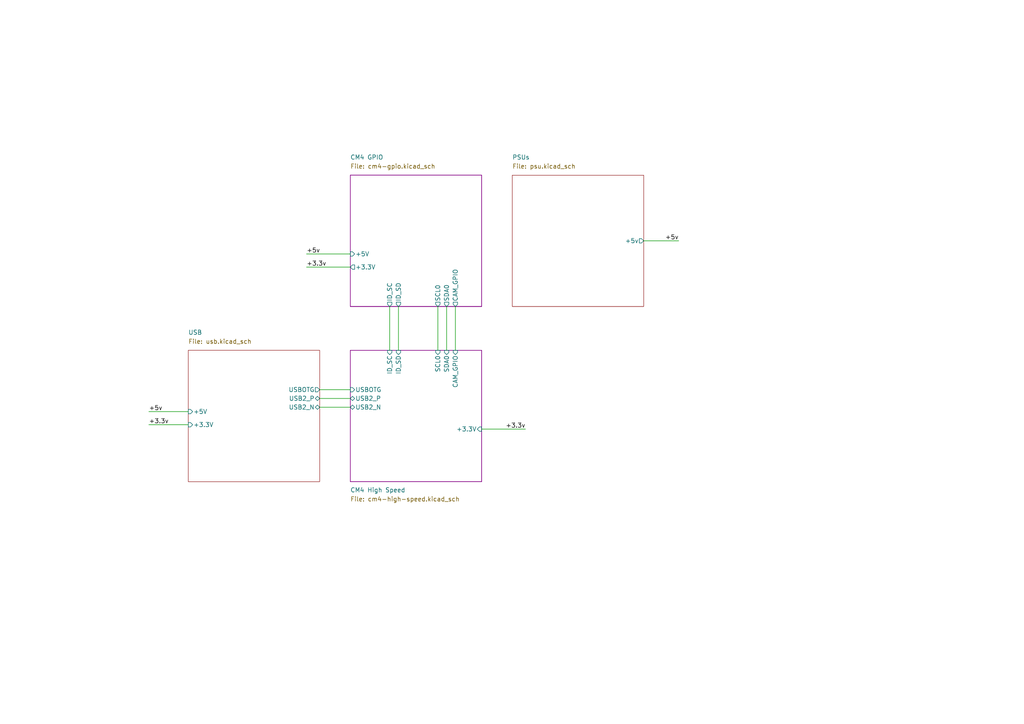
<source format=kicad_sch>
(kicad_sch (version 20210406) (generator eeschema)

  (uuid 511dee5c-ddff-4aeb-a027-3bccb7b67686)

  (paper "A4")

  (title_block
    (title "Raspberry Pi Compute Module 4 Carrier for SPIKE Prime")
    (date "2020-10-31")
    (rev "v01")
    (comment 2 "creativecommons.org/licenses/by-sa/4.0/")
    (comment 3 "License: CC BY 4.0")
    (comment 4 "Author: Eric Wu")
  )

  (lib_symbols
  )


  (wire (pts (xy 43.18 119.38) (xy 54.61 119.38))
    (stroke (width 0) (type solid) (color 0 0 0 0))
    (uuid e897210b-c258-4827-a87e-ab07c66d4ca7)
  )
  (wire (pts (xy 43.18 123.19) (xy 54.61 123.19))
    (stroke (width 0) (type solid) (color 0 0 0 0))
    (uuid 23e7e33a-821f-4d83-8f01-cba4be017fe4)
  )
  (wire (pts (xy 88.9 73.66) (xy 101.6 73.66))
    (stroke (width 0) (type solid) (color 0 0 0 0))
    (uuid 650867d8-e7a7-4ab5-9566-782bc7ec1d62)
  )
  (wire (pts (xy 92.71 113.03) (xy 101.6 113.03))
    (stroke (width 0) (type solid) (color 0 0 0 0))
    (uuid eda73e28-2175-4bf2-b13c-f636ef2014ab)
  )
  (wire (pts (xy 92.71 115.57) (xy 101.6 115.57))
    (stroke (width 0) (type solid) (color 0 0 0 0))
    (uuid d2e5552c-e3c5-461d-9b67-817c6bac8ddb)
  )
  (wire (pts (xy 92.71 118.11) (xy 101.6 118.11))
    (stroke (width 0) (type solid) (color 0 0 0 0))
    (uuid dbefc932-dd25-43dc-a65f-051f6a7d489c)
  )
  (wire (pts (xy 101.6 77.47) (xy 88.9 77.47))
    (stroke (width 0) (type solid) (color 0 0 0 0))
    (uuid c058cc3d-e3a3-434a-b1ec-5487202a0320)
  )
  (wire (pts (xy 113.03 88.9) (xy 113.03 101.6))
    (stroke (width 0) (type solid) (color 0 0 0 0))
    (uuid 03e3db95-7505-41eb-934f-40d987dcde49)
  )
  (wire (pts (xy 115.57 88.9) (xy 115.57 101.6))
    (stroke (width 0) (type solid) (color 0 0 0 0))
    (uuid 99b739ee-c1e1-4ec2-84da-a996fb7a93b3)
  )
  (wire (pts (xy 127 88.9) (xy 127 101.6))
    (stroke (width 0) (type solid) (color 0 0 0 0))
    (uuid f64d74f3-1eeb-4e8b-bcc6-637194789997)
  )
  (wire (pts (xy 129.54 88.9) (xy 129.54 101.6))
    (stroke (width 0) (type solid) (color 0 0 0 0))
    (uuid f9e60315-4ab1-4e72-a0ff-2638c0bffbd1)
  )
  (wire (pts (xy 132.08 88.9) (xy 132.08 101.6))
    (stroke (width 0) (type solid) (color 0 0 0 0))
    (uuid 1e61547e-0f5d-4b84-830d-e5f97eade430)
  )
  (wire (pts (xy 139.7 124.46) (xy 152.4 124.46))
    (stroke (width 0) (type solid) (color 0 0 0 0))
    (uuid a8b0b85d-5803-4d0c-9057-50fe34499aed)
  )
  (wire (pts (xy 186.69 69.85) (xy 196.85 69.85))
    (stroke (width 0) (type solid) (color 0 0 0 0))
    (uuid 3c6533a0-35f8-4daa-98fa-9e41929eafc3)
  )

  (label "+5v" (at 43.18 119.38 0)
    (effects (font (size 1.27 1.27)) (justify left bottom))
    (uuid a2bb3119-70d5-4efd-9acf-841a40ec0668)
  )
  (label "+3.3v" (at 43.18 123.19 0)
    (effects (font (size 1.27 1.27)) (justify left bottom))
    (uuid 6f26dc49-da99-414f-a491-8dc0eebc8bfa)
  )
  (label "+5v" (at 88.9 73.66 0)
    (effects (font (size 1.27 1.27)) (justify left bottom))
    (uuid db86c40d-f1fe-48fb-954c-a7240c091be1)
  )
  (label "+3.3v" (at 88.9 77.47 0)
    (effects (font (size 1.27 1.27)) (justify left bottom))
    (uuid cc8bbfce-78e8-4926-ac46-8ac218c37e9d)
  )
  (label "+3.3v" (at 152.4 124.46 180)
    (effects (font (size 1.27 1.27)) (justify right bottom))
    (uuid 67510713-9e2c-47fd-991b-66f2123d1ced)
  )
  (label "+5v" (at 196.85 69.85 180)
    (effects (font (size 1.27 1.27)) (justify right bottom))
    (uuid b717e99e-3880-4120-a767-f4dc1cde4632)
  )

  (sheet (at 101.6 50.8) (size 38.1 38.1)
    (stroke (width 0) (type solid) (color 132 0 132 1))
    (fill (color 255 255 255 0.0000))
    (uuid fc4c71a5-1008-4ac4-98db-57c838c57d91)
    (property "Sheet name" "CM4 GPIO" (id 0) (at 101.6 46.3545 0)
      (effects (font (size 1.27 1.27)) (justify left bottom))
    )
    (property "Sheet file" "cm4-gpio.kicad_sch" (id 1) (at 101.6 47.4985 0)
      (effects (font (size 1.27 1.27)) (justify left top))
    )
    (pin "CAM_GPIO" output (at 132.08 88.9 270)
      (effects (font (size 1.27 1.27)) (justify left))
      (uuid 2a62c413-db28-4573-bb68-9e76ca10efe1)
    )
    (pin "SDA0" output (at 129.54 88.9 270)
      (effects (font (size 1.27 1.27)) (justify left))
      (uuid 3bf2dc47-d700-4ab6-8a38-1b3aed5fb992)
    )
    (pin "SCL0" output (at 127 88.9 270)
      (effects (font (size 1.27 1.27)) (justify left))
      (uuid b4f9ad60-c5ac-453a-a890-91c298059566)
    )
    (pin "ID_SD" output (at 115.57 88.9 270)
      (effects (font (size 1.27 1.27)) (justify left))
      (uuid 63c003da-5c71-4834-9b2c-dc4002196f96)
    )
    (pin "ID_SC" output (at 113.03 88.9 270)
      (effects (font (size 1.27 1.27)) (justify left))
      (uuid fc19e69f-71cc-4a4e-905e-d30c7a7edfaa)
    )
    (pin "+5V" input (at 101.6 73.66 180)
      (effects (font (size 1.27 1.27)) (justify left))
      (uuid 54d4a0e0-6021-4287-929c-dd068ab78b28)
    )
    (pin "+3.3V" output (at 101.6 77.47 180)
      (effects (font (size 1.27 1.27)) (justify left))
      (uuid 20125cea-7fb9-4625-9c58-aa7c3e963825)
    )
  )

  (sheet (at 101.6 101.6) (size 38.1 38.1)
    (stroke (width 0) (type solid) (color 132 0 132 1))
    (fill (color 255 255 255 0.0000))
    (uuid caa71f4c-454d-4ac9-b287-456eafb34991)
    (property "Sheet name" "CM4 High Speed" (id 0) (at 101.6 142.8745 0)
      (effects (font (size 1.27 1.27)) (justify left bottom))
    )
    (property "Sheet file" "cm4-high-speed.kicad_sch" (id 1) (at 101.6 144.0185 0)
      (effects (font (size 1.27 1.27)) (justify left top))
    )
    (pin "SCL0" input (at 127 101.6 90)
      (effects (font (size 1.27 1.27)) (justify right))
      (uuid 69ee23d0-13e0-45cd-aaa0-6a2e4edd666d)
    )
    (pin "SDA0" input (at 129.54 101.6 90)
      (effects (font (size 1.27 1.27)) (justify right))
      (uuid 8dc1dba2-80ce-4d47-9d84-7ebc7bcb27b3)
    )
    (pin "CAM_GPIO" input (at 132.08 101.6 90)
      (effects (font (size 1.27 1.27)) (justify right))
      (uuid 9a70d8f2-6cce-4165-a748-1b4352247745)
    )
    (pin "ID_SD" input (at 115.57 101.6 90)
      (effects (font (size 1.27 1.27)) (justify right))
      (uuid 35affa76-49df-409a-a7ba-11d156f1adc7)
    )
    (pin "ID_SC" input (at 113.03 101.6 90)
      (effects (font (size 1.27 1.27)) (justify right))
      (uuid bc6fd214-868d-4b87-98ac-a4e7b8dfb14c)
    )
    (pin "USBOTG" input (at 101.6 113.03 180)
      (effects (font (size 1.27 1.27)) (justify left))
      (uuid 36abb064-1a4e-4de7-aaaf-4a008162ba5f)
    )
    (pin "USB2_P" bidirectional (at 101.6 115.57 180)
      (effects (font (size 1.27 1.27)) (justify left))
      (uuid 3d5bd0b2-6d3f-416d-8b80-cde85680b4d6)
    )
    (pin "USB2_N" bidirectional (at 101.6 118.11 180)
      (effects (font (size 1.27 1.27)) (justify left))
      (uuid 5b91b571-af05-447e-8fd6-caf0163b731a)
    )
    (pin "+3.3V" input (at 139.7 124.46 0)
      (effects (font (size 1.27 1.27)) (justify right))
      (uuid fc94fd56-0b9f-42d6-8e74-7bef9f051b77)
    )
  )

  (sheet (at 148.59 50.8) (size 38.1 38.1)
    (stroke (width 0.0006) (type solid) (color 0 0 0 0))
    (fill (color 0 0 0 0.0000))
    (uuid c650029b-6ea6-4904-84ba-e16c30d1ee5c)
    (property "Sheet name" "PSUs" (id 0) (at 148.59 46.3543 0)
      (effects (font (size 1.27 1.27)) (justify left bottom))
    )
    (property "Sheet file" "psu.kicad_sch" (id 1) (at 148.59 47.4987 0)
      (effects (font (size 1.27 1.27)) (justify left top))
    )
    (pin "+5v" output (at 186.69 69.85 0)
      (effects (font (size 1.27 1.27)) (justify right))
      (uuid 345d2bb7-8288-4df7-b065-c74485d89339)
    )
  )

  (sheet (at 54.61 101.6) (size 38.1 38.1)
    (stroke (width 0.0006) (type solid) (color 0 0 0 0))
    (fill (color 0 0 0 0.0000))
    (uuid 07adae07-517d-41a6-bfa0-e4f3bfda9959)
    (property "Sheet name" "USB" (id 0) (at 54.61 97.1543 0)
      (effects (font (size 1.27 1.27)) (justify left bottom))
    )
    (property "Sheet file" "usb.kicad_sch" (id 1) (at 54.61 98.2987 0)
      (effects (font (size 1.27 1.27)) (justify left top))
    )
    (pin "USB2_N" bidirectional (at 92.71 118.11 0)
      (effects (font (size 1.27 1.27)) (justify right))
      (uuid d058424c-599b-4874-86f1-5529e6a54ee9)
    )
    (pin "USB2_P" bidirectional (at 92.71 115.57 0)
      (effects (font (size 1.27 1.27)) (justify right))
      (uuid f9d8e6cb-2877-4cbe-b6a2-10f3c59e9a10)
    )
    (pin "USBOTG" output (at 92.71 113.03 0)
      (effects (font (size 1.27 1.27)) (justify right))
      (uuid 41c89b3e-173d-4ea8-8296-c858b5bd4e9f)
    )
    (pin "+3.3V" input (at 54.61 123.19 180)
      (effects (font (size 1.27 1.27)) (justify left))
      (uuid f75b7996-b47b-4cb5-a734-b28ff69b082b)
    )
    (pin "+5V" input (at 54.61 119.38 180)
      (effects (font (size 1.27 1.27)) (justify left))
      (uuid 47b5fdcf-6a5d-407d-8665-026a4f107729)
    )
  )

  (sheet_instances
    (path "/" (page "1"))
    (path "/fc4c71a5-1008-4ac4-98db-57c838c57d91/" (page "3"))
    (path "/caa71f4c-454d-4ac9-b287-456eafb34991/" (page "3"))
    (path "/07adae07-517d-41a6-bfa0-e4f3bfda9959/" (page "5"))
    (path "/c650029b-6ea6-4904-84ba-e16c30d1ee5c/" (page "5"))
  )

  (symbol_instances
    (path "/fc4c71a5-1008-4ac4-98db-57c838c57d91/230650eb-8852-4c76-b63c-12ec79910b81"
      (reference "#PWR01") (unit 1) (value "GND") (footprint "")
    )
    (path "/fc4c71a5-1008-4ac4-98db-57c838c57d91/31551326-27c6-4bba-a0c0-abe772948a8c"
      (reference "#PWR02") (unit 1) (value "GND") (footprint "")
    )
    (path "/fc4c71a5-1008-4ac4-98db-57c838c57d91/6d644f9f-4f51-4221-89d1-94399a056abe"
      (reference "#PWR0101") (unit 1) (value "GND") (footprint "")
    )
    (path "/fc4c71a5-1008-4ac4-98db-57c838c57d91/155afc21-b0a2-4c4f-ab7d-8efc720e5cad"
      (reference "#PWR0103") (unit 1) (value "GND") (footprint "")
    )
    (path "/fc4c71a5-1008-4ac4-98db-57c838c57d91/6be7bb14-104d-4628-88e8-804b300c1ed1"
      (reference "#PWR0104") (unit 1) (value "GND") (footprint "")
    )
    (path "/fc4c71a5-1008-4ac4-98db-57c838c57d91/89c4d3df-fc7f-4d92-9fc7-7f1d3efd7624"
      (reference "D1") (unit 1) (value "LED Green") (footprint "LED_SMD:LED_0603_1608Metric")
    )
    (path "/fc4c71a5-1008-4ac4-98db-57c838c57d91/0d1929a7-b248-4674-bc87-c755f1536734"
      (reference "D2") (unit 1) (value "LED Red") (footprint "LED_SMD:LED_0603_1608Metric")
    )
    (path "/fc4c71a5-1008-4ac4-98db-57c838c57d91/69d7ad96-5a07-4f8b-aaa8-d8ae6e26235e"
      (reference "J1") (unit 1) (value "Conn_01x07") (footprint "Connector_PinHeader_2.54mm:PinHeader_1x07_P2.54mm_Horizontal")
    )
    (path "/fc4c71a5-1008-4ac4-98db-57c838c57d91/4ad9dfea-d49d-4e31-b7da-9df82d4e43d7"
      (reference "J2") (unit 1) (value "SM04B-SRSS-TB(LF)(SN)") (footprint "SM04B-SRSS-TB_LF__SN_:JST_SM04B-SRSS-TB(LF)(SN)")
    )
    (path "/fc4c71a5-1008-4ac4-98db-57c838c57d91/da692866-4920-4cb1-ae67-079a74c321dc"
      (reference "J9") (unit 1) (value "Conn_01x02") (footprint "Connector_PinHeader_2.54mm:PinHeader_1x02_P2.54mm_Horizontal")
    )
    (path "/fc4c71a5-1008-4ac4-98db-57c838c57d91/463d59ed-ef45-4402-9140-190527b0aff8"
      (reference "Module1") (unit 1) (value "ComputeModule4-CM4") (footprint "CM4IO:Raspberry-Pi-4-Compute-Module")
    )
    (path "/fc4c71a5-1008-4ac4-98db-57c838c57d91/abe00e6f-3ec0-4664-a5d3-ff164cd5c9a7"
      (reference "R1") (unit 1) (value "1k") (footprint "Resistor_SMD:R_0603_1608Metric")
    )
    (path "/fc4c71a5-1008-4ac4-98db-57c838c57d91/078e4f7c-27fe-4efa-a176-7016a182095d"
      (reference "R2") (unit 1) (value "DNP") (footprint "Resistor_SMD:R_0805_2012Metric")
    )
    (path "/fc4c71a5-1008-4ac4-98db-57c838c57d91/cbf461e2-77c0-4c78-82a4-9c55931b4f9a"
      (reference "R3") (unit 1) (value "DNP") (footprint "Resistor_SMD:R_0805_2012Metric")
    )
    (path "/fc4c71a5-1008-4ac4-98db-57c838c57d91/f37e98ff-a448-4fea-be90-c3c0d52f6a26"
      (reference "R4") (unit 1) (value "1k") (footprint "Resistor_SMD:R_0603_1608Metric")
    )
    (path "/fc4c71a5-1008-4ac4-98db-57c838c57d91/4e45cbea-4d22-466b-8330-2ba05a261253"
      (reference "U1") (unit 1) (value "74LVC1G07SE-7") (footprint "Package_TO_SOT_SMD:SOT-353_SC-70-5")
    )
    (path "/caa71f4c-454d-4ac9-b287-456eafb34991/0d0caf91-4ece-48ed-a178-43a8b49f3526"
      (reference "#PWR03") (unit 1) (value "GND") (footprint "")
    )
    (path "/caa71f4c-454d-4ac9-b287-456eafb34991/81f0d702-912e-410d-83f3-c9f3bd3f7f28"
      (reference "#PWR04") (unit 1) (value "GND") (footprint "")
    )
    (path "/caa71f4c-454d-4ac9-b287-456eafb34991/18af9582-7c92-46f1-9603-90a0db4828ae"
      (reference "#PWR0105") (unit 1) (value "GND") (footprint "")
    )
    (path "/caa71f4c-454d-4ac9-b287-456eafb34991/29a7ef8f-3c0c-4e03-94d7-6b14ae175c03"
      (reference "#PWR0106") (unit 1) (value "GND") (footprint "")
    )
    (path "/caa71f4c-454d-4ac9-b287-456eafb34991/e89dc0dd-7198-4202-a705-2645eeca5cc6"
      (reference "J3") (unit 1) (value "Conn_01x22_Female") (footprint "Connector_FFC-FPC:Hirose_FH12-22S-0.5SH_1x22-1MP_P0.50mm_Horizontal")
    )
    (path "/caa71f4c-454d-4ac9-b287-456eafb34991/de465ca7-72df-4ecc-ac38-689d87c9e1a4"
      (reference "J5") (unit 1) (value "Conn_01x22_Female") (footprint "Connector_FFC-FPC:Hirose_FH12-22S-0.5SH_1x22-1MP_P0.50mm_Horizontal")
    )
    (path "/caa71f4c-454d-4ac9-b287-456eafb34991/fafda8be-1326-444e-bcc1-8cb4aded3240"
      (reference "Module1") (unit 2) (value "ComputeModule4-CM4") (footprint "CM4IO:Raspberry-Pi-4-Compute-Module")
    )
    (path "/caa71f4c-454d-4ac9-b287-456eafb34991/00730c1a-45de-44df-93d0-9506511953b5"
      (reference "R5") (unit 1) (value "2.2K 1%") (footprint "Resistor_SMD:R_0402_1005Metric")
    )
    (path "/caa71f4c-454d-4ac9-b287-456eafb34991/55842824-0359-4a28-9aa3-947066adb6ef"
      (reference "R6") (unit 1) (value "2.2K 1%") (footprint "Resistor_SMD:R_0402_1005Metric")
    )
    (path "/07adae07-517d-41a6-bfa0-e4f3bfda9959/69fc12aa-a638-428d-b441-18f458aafb6a"
      (reference "#PWR0107") (unit 1) (value "GND") (footprint "")
    )
    (path "/07adae07-517d-41a6-bfa0-e4f3bfda9959/c0996e8c-2901-4ad4-b8c7-7d701813cee8"
      (reference "#PWR0108") (unit 1) (value "GND") (footprint "")
    )
    (path "/07adae07-517d-41a6-bfa0-e4f3bfda9959/1a086cc9-b83f-43bb-ac09-0408b80029b8"
      (reference "#PWR0109") (unit 1) (value "GND") (footprint "")
    )
    (path "/07adae07-517d-41a6-bfa0-e4f3bfda9959/d5a30eb0-892a-4978-8636-7f3e0125c0fe"
      (reference "#PWR0110") (unit 1) (value "GND") (footprint "")
    )
    (path "/07adae07-517d-41a6-bfa0-e4f3bfda9959/8cd36fff-8497-4fbc-8319-1bc1429a4e4e"
      (reference "#PWR0111") (unit 1) (value "GND") (footprint "")
    )
    (path "/07adae07-517d-41a6-bfa0-e4f3bfda9959/3b5abbb3-5eb6-4ac9-b422-26637a1416d5"
      (reference "C1") (unit 1) (value "10u") (footprint "Capacitor_SMD:C_0805_2012Metric")
    )
    (path "/07adae07-517d-41a6-bfa0-e4f3bfda9959/01b0fafd-ce9e-4131-8e73-21f0a87f1b8a"
      (reference "C2") (unit 1) (value "10u") (footprint "Capacitor_SMD:C_0805_2012Metric")
    )
    (path "/07adae07-517d-41a6-bfa0-e4f3bfda9959/2a5ce3b9-efe2-4efa-9b81-6dd5dcb763b1"
      (reference "C3") (unit 1) (value "100n") (footprint "Capacitor_SMD:C_0402_1005Metric")
    )
    (path "/07adae07-517d-41a6-bfa0-e4f3bfda9959/8c600e14-20b3-46e9-914f-07b8d34b1fbd"
      (reference "C4") (unit 1) (value "100n") (footprint "Capacitor_SMD:C_0402_1005Metric")
    )
    (path "/07adae07-517d-41a6-bfa0-e4f3bfda9959/9cebf24b-a440-47ad-bc2c-d728ea110ace"
      (reference "C5") (unit 1) (value "100n") (footprint "Capacitor_SMD:C_0402_1005Metric")
    )
    (path "/07adae07-517d-41a6-bfa0-e4f3bfda9959/535a73a0-73b8-4fd3-9e40-e58ab1ffc562"
      (reference "C6") (unit 1) (value "100n") (footprint "Capacitor_SMD:C_0402_1005Metric")
    )
    (path "/07adae07-517d-41a6-bfa0-e4f3bfda9959/035a801a-d2b0-4c63-8ff5-d094bff69439"
      (reference "C7") (unit 1) (value "100n") (footprint "Capacitor_SMD:C_0402_1005Metric")
    )
    (path "/07adae07-517d-41a6-bfa0-e4f3bfda9959/66ff6f9b-af9d-480c-8599-5e0743383518"
      (reference "C8") (unit 1) (value "100n") (footprint "Capacitor_SMD:C_0402_1005Metric")
    )
    (path "/07adae07-517d-41a6-bfa0-e4f3bfda9959/d7fa7974-e9e3-4b13-9db7-8dd0661da719"
      (reference "J6") (unit 1) (value "USB_OTG") (footprint "Connector_USB:USB_Micro-B_Molex-105017-0001")
    )
    (path "/07adae07-517d-41a6-bfa0-e4f3bfda9959/c61164f2-fe0c-4fee-85f2-4ebc609e6c22"
      (reference "J7") (unit 1) (value "USB") (footprint "Connector_USB:USB_Micro-B_Molex-105017-0001")
    )
    (path "/07adae07-517d-41a6-bfa0-e4f3bfda9959/7e0259d0-7362-4f96-964b-17c84ff343b2"
      (reference "R7") (unit 1) (value "2.2K 1%") (footprint "Resistor_SMD:R_0402_1005Metric")
    )
    (path "/07adae07-517d-41a6-bfa0-e4f3bfda9959/e4e064ab-1e7a-4443-ac27-452161fe0211"
      (reference "R8") (unit 1) (value "2.2K 1%") (footprint "Resistor_SMD:R_0402_1005Metric")
    )
    (path "/07adae07-517d-41a6-bfa0-e4f3bfda9959/4abe7489-b984-443c-8f50-571b0518ddc1"
      (reference "U2") (unit 1) (value "FSUSB42MUX") (footprint "Package_SO:MSOP-10_3x3mm_P0.5mm")
    )
    (path "/c650029b-6ea6-4904-84ba-e16c30d1ee5c/4e033307-6740-45f5-9203-3f06fdde224e"
      (reference "#PWR05") (unit 1) (value "GND") (footprint "")
    )
    (path "/c650029b-6ea6-4904-84ba-e16c30d1ee5c/85f78285-8bad-42df-8997-a24d67d72fb5"
      (reference "#PWR06") (unit 1) (value "GND") (footprint "")
    )
    (path "/c650029b-6ea6-4904-84ba-e16c30d1ee5c/85a3e307-d053-48e9-a40b-888e2fe6ba04"
      (reference "#PWR07") (unit 1) (value "GND") (footprint "")
    )
    (path "/c650029b-6ea6-4904-84ba-e16c30d1ee5c/9062702f-a8cb-4b23-9543-9670556ceb8f"
      (reference "#PWR08") (unit 1) (value "GND") (footprint "")
    )
    (path "/c650029b-6ea6-4904-84ba-e16c30d1ee5c/f7b130b7-0438-4202-88c5-2b1085c03722"
      (reference "#PWR09") (unit 1) (value "GND") (footprint "")
    )
    (path "/c650029b-6ea6-4904-84ba-e16c30d1ee5c/7237c24d-3e64-4ac1-8b57-1e40e2f10e44"
      (reference "#PWR010") (unit 1) (value "GND") (footprint "")
    )
    (path "/c650029b-6ea6-4904-84ba-e16c30d1ee5c/90970006-5b76-47c2-854b-803a2d436e15"
      (reference "#PWR011") (unit 1) (value "GND") (footprint "")
    )
    (path "/c650029b-6ea6-4904-84ba-e16c30d1ee5c/a98a54dc-532f-4b39-8f6e-02c8ac406a6c"
      (reference "#PWR0102") (unit 1) (value "GND") (footprint "")
    )
    (path "/c650029b-6ea6-4904-84ba-e16c30d1ee5c/50aa9a50-6149-45c2-a5fd-5af5420039ef"
      (reference "#PWR0114") (unit 1) (value "GND") (footprint "")
    )
    (path "/c650029b-6ea6-4904-84ba-e16c30d1ee5c/8bc35d40-6852-48af-81d8-a5243b05ab1d"
      (reference "#PWR0116") (unit 1) (value "GND") (footprint "")
    )
    (path "/c650029b-6ea6-4904-84ba-e16c30d1ee5c/5a5d1522-6462-4578-ba12-2d88aabacc1c"
      (reference "#PWR0119") (unit 1) (value "GND") (footprint "")
    )
    (path "/c650029b-6ea6-4904-84ba-e16c30d1ee5c/ed372d8f-7354-4648-8e69-617dabf07bad"
      (reference "#PWR0120") (unit 1) (value "GND") (footprint "")
    )
    (path "/c650029b-6ea6-4904-84ba-e16c30d1ee5c/a5aa1c5c-c35a-4507-9b83-4c44083bb417"
      (reference "B1") (unit 1) (value "JST 2-PH") (footprint "Connector_JST:JST_PH_S2B-PH-SM4-TB_1x02-1MP_P2.00mm_Horizontal")
    )
    (path "/c650029b-6ea6-4904-84ba-e16c30d1ee5c/ed8faf84-6f42-41d8-98b6-33e53c022a18"
      (reference "C9") (unit 1) (value "10u") (footprint "Capacitor_SMD:C_0805_2012Metric")
    )
    (path "/c650029b-6ea6-4904-84ba-e16c30d1ee5c/2b6605c7-8c02-44c8-8f01-cd4cd12a35ba"
      (reference "C10") (unit 1) (value "10u") (footprint "Capacitor_SMD:C_0805_2012Metric")
    )
    (path "/c650029b-6ea6-4904-84ba-e16c30d1ee5c/a9c88ac8-06c9-489a-9aa5-3ef1ea82109c"
      (reference "C11") (unit 1) (value "1u") (footprint "Capacitor_SMD:C_0603_1608Metric")
    )
    (path "/c650029b-6ea6-4904-84ba-e16c30d1ee5c/8b835dee-36e9-4acd-8ad8-df9cb64534ed"
      (reference "C12") (unit 1) (value "10u") (footprint "Capacitor_SMD:C_0805_2012Metric")
    )
    (path "/c650029b-6ea6-4904-84ba-e16c30d1ee5c/3c24282f-ad57-424a-8b1a-85659d2424ff"
      (reference "C13") (unit 1) (value "10u") (footprint "Capacitor_SMD:C_0805_2012Metric")
    )
    (path "/c650029b-6ea6-4904-84ba-e16c30d1ee5c/6fb14cc3-379c-44e1-8a45-122a67654e65"
      (reference "C14") (unit 1) (value "10u") (footprint "Capacitor_SMD:C_0805_2012Metric")
    )
    (path "/c650029b-6ea6-4904-84ba-e16c30d1ee5c/873ac183-d463-4e57-8a2d-c402400309e6"
      (reference "C15") (unit 1) (value "47n") (footprint "Capacitor_SMD:C_0603_1608Metric")
    )
    (path "/c650029b-6ea6-4904-84ba-e16c30d1ee5c/4d09ee2d-567e-4b37-ac2a-ea52bc2d678b"
      (reference "C16") (unit 1) (value "4.7u") (footprint "Capacitor_SMD:C_0603_1608Metric")
    )
    (path "/c650029b-6ea6-4904-84ba-e16c30d1ee5c/dc66909b-9d66-4c0f-9605-c481e5c17a44"
      (reference "C17") (unit 1) (value "10u") (footprint "Capacitor_SMD:C_0805_2012Metric")
    )
    (path "/c650029b-6ea6-4904-84ba-e16c30d1ee5c/e0c936c5-8efe-476c-88fd-149479637cfb"
      (reference "C18") (unit 1) (value "10u") (footprint "Capacitor_SMD:C_0805_2012Metric")
    )
    (path "/c650029b-6ea6-4904-84ba-e16c30d1ee5c/3093a68a-20ab-4437-bc58-60fb33223ea0"
      (reference "CR1") (unit 1) (value "SMBJ5.0A-TR") (footprint "SMBJ50A:SMBJ5.0A-TR")
    )
    (path "/c650029b-6ea6-4904-84ba-e16c30d1ee5c/e8e74805-ccf8-476c-a074-42d8be426634"
      (reference "D3") (unit 1) (value "GREEN") (footprint "LED_SMD:LED_0603_1608Metric")
    )
    (path "/c650029b-6ea6-4904-84ba-e16c30d1ee5c/e82cb4d2-4e03-4b6f-a030-ee17eb4f0b06"
      (reference "D4") (unit 1) (value "RED") (footprint "LED_SMD:LED_0603_1608Metric")
    )
    (path "/c650029b-6ea6-4904-84ba-e16c30d1ee5c/b5bd0e04-bf6a-47ee-9469-cfdfa3342ddb"
      (reference "J4") (unit 1) (value "Conn_01x01") (footprint "TestPoint:TestPoint_Pad_1.5x1.5mm")
    )
    (path "/c650029b-6ea6-4904-84ba-e16c30d1ee5c/c507707f-875e-43d1-91ee-8963c7ea8324"
      (reference "J8") (unit 1) (value "UJC-HP-3-SMT-TR") (footprint "ul_UJCHP3SMTTR:UJC-HP-3-SMT-TR")
    )
    (path "/c650029b-6ea6-4904-84ba-e16c30d1ee5c/0f829f74-53bb-44fc-8903-fa22a1cb4683"
      (reference "J10") (unit 1) (value "Conn_01x01") (footprint "TestPoint:TestPoint_Pad_1.5x1.5mm")
    )
    (path "/c650029b-6ea6-4904-84ba-e16c30d1ee5c/d3ad82bf-0ba6-4365-8768-fa52e92067ad"
      (reference "J11") (unit 1) (value "Conn_01x01") (footprint "TestPoint:TestPoint_Pad_1.5x1.5mm")
    )
    (path "/c650029b-6ea6-4904-84ba-e16c30d1ee5c/7217b214-b7cd-4a77-a81d-7723b99aa081"
      (reference "L1") (unit 1) (value "1 μ") (footprint "ul_SPM5020T1R0M:SPM5020T-1R0M")
    )
    (path "/c650029b-6ea6-4904-84ba-e16c30d1ee5c/5abb648c-b038-44c3-963f-9ccf8bd2b607"
      (reference "L2") (unit 1) (value "1 μ") (footprint "ul_SPM5020T1R0M:SPM5020T-1R0M")
    )
    (path "/c650029b-6ea6-4904-84ba-e16c30d1ee5c/3ffa4c24-686f-4d49-8599-5941e09c28e4"
      (reference "R9") (unit 1) (value "5.1k") (footprint "Resistor_SMD:R_0402_1005Metric")
    )
    (path "/c650029b-6ea6-4904-84ba-e16c30d1ee5c/546ac613-1cf0-48c4-b1f9-f45dea597eea"
      (reference "R10") (unit 1) (value "1M") (footprint "Resistor_SMD:R_0402_1005Metric")
    )
    (path "/c650029b-6ea6-4904-84ba-e16c30d1ee5c/8d252b82-f3b0-42b6-9210-ff4c99acfa50"
      (reference "R11") (unit 1) (value "5.1k") (footprint "Resistor_SMD:R_0402_1005Metric")
    )
    (path "/c650029b-6ea6-4904-84ba-e16c30d1ee5c/a51e210e-d47a-4b0c-88fa-35c9f1e20572"
      (reference "R12") (unit 1) (value "150") (footprint "Resistor_SMD:R_0603_1608Metric")
    )
    (path "/c650029b-6ea6-4904-84ba-e16c30d1ee5c/151de8f3-e1de-4272-9c9f-3bbb68353d15"
      (reference "R13") (unit 1) (value "510") (footprint "Resistor_SMD:R_0603_1608Metric")
    )
    (path "/c650029b-6ea6-4904-84ba-e16c30d1ee5c/261d222c-6fd8-4bc9-b6ed-51bd6edbf1c9"
      (reference "R14") (unit 1) (value "1k") (footprint "Resistor_SMD:R_0603_1608Metric")
    )
    (path "/c650029b-6ea6-4904-84ba-e16c30d1ee5c/6dba1871-bd94-45e7-9e52-03eb3d203756"
      (reference "R15") (unit 1) (value "1k") (footprint "Resistor_SMD:R_0603_1608Metric")
    )
    (path "/c650029b-6ea6-4904-84ba-e16c30d1ee5c/cbdf19d3-8997-46c9-ae32-dbc75b72336f"
      (reference "R16") (unit 1) (value "10k") (footprint "Resistor_SMD:R_0402_1005Metric")
    )
    (path "/c650029b-6ea6-4904-84ba-e16c30d1ee5c/dde88c8e-4e50-469a-992c-17ccadfaec04"
      (reference "R17") (unit 1) (value "10k") (footprint "Resistor_SMD:R_0402_1005Metric")
    )
    (path "/c650029b-6ea6-4904-84ba-e16c30d1ee5c/0823765f-4120-4a70-a10b-c3af83c174d9"
      (reference "S1") (unit 1) (value "JS102011JAQN") (footprint "JS102011JAQN:SW_JS102011JAQN")
    )
    (path "/c650029b-6ea6-4904-84ba-e16c30d1ee5c/46949c1c-894b-43ef-8ce0-44ddc8073ef7"
      (reference "U4") (unit 1) (value "TPS61235PRWLR") (footprint "ul_TPS61235PRWLR:TPS61235PRWLR")
    )
    (path "/c650029b-6ea6-4904-84ba-e16c30d1ee5c/b1c5b676-804d-4253-acab-696a40ee07d6"
      (reference "U5") (unit 1) (value "BQ25616RTWT") (footprint "BQ25616RTWT:QFN50P400X400X80-25N")
    )
  )
)

</source>
